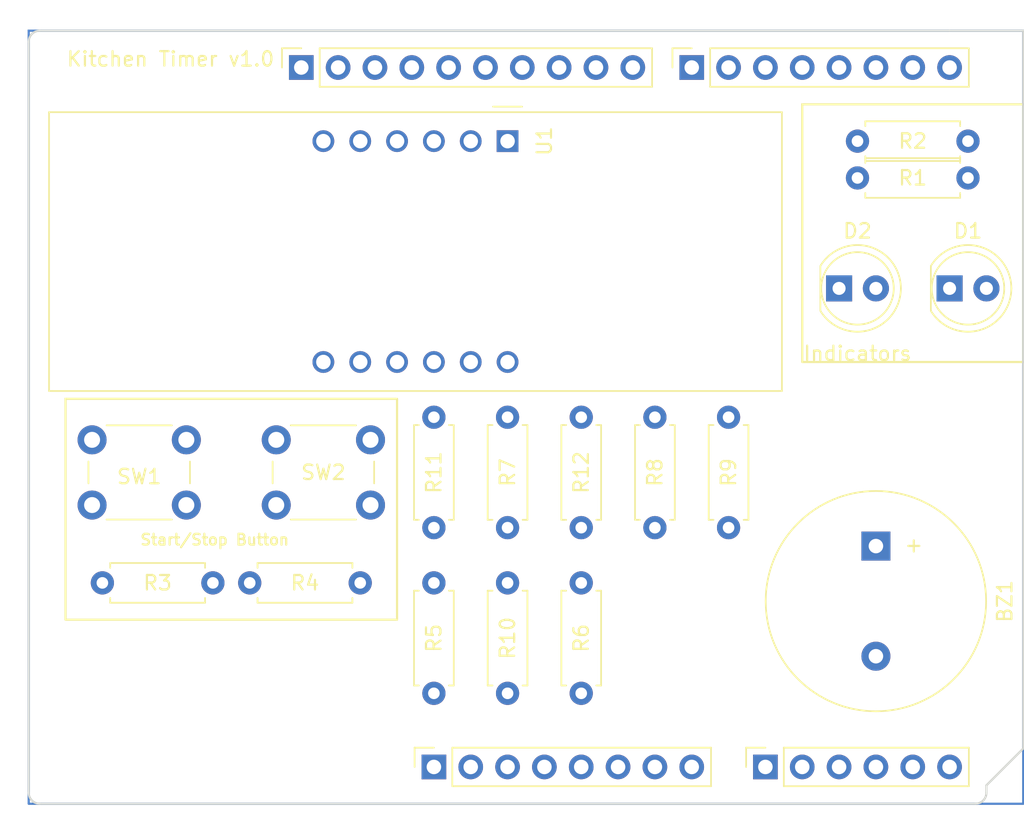
<source format=kicad_pcb>
(kicad_pcb (version 20221018) (generator pcbnew)
  (title_block (date "mar. 31 mars 2015"))
  (layers (0 "F.Cu" signal) (31 "B.Cu" power) (34 "B.Paste" user) (35 "F.Paste" user) (36 "B.SilkS" user "B.Silkscreen") (37 "F.SilkS" user "F.Silkscreen") (38 "B.Mask" user) (39 "F.Mask" user) (44 "Edge.Cuts" user))
  (net 0 "")
  (net 1 "GND")
  (net 3 "+5V")
  (net 4 "/IOREF")
  (net 5 "/A0")
  (net 6 "/A1")
  (net 7 "/A2")
  (net 8 "/A3")
  (net 9 "/SDA{slash}A4")
  (net 10 "/SCL{slash}A5")
  (net 11 "/13")
  (net 12 "/12")
  (net 13 "/AREF")
  (net 14 "/8")
  (net 15 "/7")
  (net 16 "/*11")
  (net 17 "/*10")
  (net 18 "/*9")
  (net 19 "/4")
  (net 20 "/2")
  (net 21 "/*6")
  (net 22 "/*5")
  (net 23 "/TX{slash}1")
  (net 24 "/*3")
  (net 25 "/RX{slash}0")
  (net 26 "+3V3")
  (net 27 "VCC")
  (net 28 "/~{RESET}")
  (net 29 "Net-(R3-Pad1)")
  (net 30 "Net-(R4-Pad1)")
  (net 31 "Net-(D1-A)")
  (net 32 "/a")
  (net 33 "Net-(D2-A)")
  (net 34 "Net-(U1-a)")
  (net 35 "/b")
  (net 36 "Net-(U1-b)")
  (net 37 "/c")
  (net 38 "Net-(U1-c)")
  (net 39 "/d")
  (net 40 "Net-(U1-d)")
  (net 41 "/e")
  (net 42 "Net-(U1-e)")
  (net 43 "/f")
  (net 44 "Net-(U1-f)")
  (net 45 "/g")
  (net 46 "Net-(U1-g)")
  (net 47 "/dp")
  (net 48 "Net-(U1-DPX)")
  (footprint "Connector_PinSocket_2.54mm:PinSocket_1x08_P2.54mm_Vertical" (layer "F.Cu") (at 127.94 97.46 90)
    (fp_text reference "J1" hide)
    (fp_text value "Power")
    (fp_line (start -1.33 1.27) (end -1.33 19.11) (stroke (width 0.12)) (layer "F.SilkS"))
    (fp_line (start -1.33 1.27) (end 1.33 1.27) (stroke (width 0.12)) (layer "F.SilkS"))
    (fp_line (start -1.33 19.11) (end 1.33 19.11) (stroke (width 0.12)) (layer "F.SilkS"))
    (fp_line (start 0 -1.33) (end 1.33 -1.33) (stroke (width 0.12)) (layer "F.SilkS"))
    (fp_line (start 1.33 -1.33) (end 1.33 0) (stroke (width 0.12)) (layer "F.SilkS"))
    (fp_line (start 1.33 1.27) (end 1.33 19.11) (stroke (width 0.12)) (layer "F.SilkS"))
    (pad "1" thru_hole rect locked (at 0 0 90) (size 1.7 1.7) (drill 1) (layers "*.Cu" "*.Mask"))
    (pad "2" thru_hole oval locked (at 0 2.54 90) (size 1.7 1.7) (drill 1) (layers "*.Cu" "*.Mask") (net 4 "/IOREF"))
    (pad "3" thru_hole oval locked (at 0 5.08 90) (size 1.7 1.7) (drill 1) (layers "*.Cu" "*.Mask") (net 28 "/~{RESET}"))
    (pad "4" thru_hole oval locked (at 0 7.62 90) (size 1.7 1.7) (drill 1) (layers "*.Cu" "*.Mask") (net 26 "+3V3"))
    (pad "5" thru_hole oval locked (at 0 10.16 90) (size 1.7 1.7) (drill 1) (layers "*.Cu" "*.Mask") (net 3 "+5V"))
    (pad "6" thru_hole oval locked (at 0 12.7 90) (size 1.7 1.7) (drill 1) (layers "*.Cu" "*.Mask") (net 1 "GND"))
    (pad "7" thru_hole oval locked (at 0 15.24 90) (size 1.7 1.7) (drill 1) (layers "*.Cu" "*.Mask") (net 1 "GND"))
    (pad "8" thru_hole oval locked (at 0 17.78 90) (size 1.7 1.7) (drill 1) (layers "*.Cu" "*.Mask") (net 27 "VCC"))
  )
  (footprint "Connector_PinSocket_2.54mm:PinSocket_1x06_P2.54mm_Vertical" (layer "F.Cu") (at 150.8 97.46 90)
    (fp_text reference "J3" hide)
    (fp_text value "Analog")
    (fp_line (start -1.33 1.27) (end -1.33 14.03) (stroke (width 0.12)) (layer "F.SilkS"))
    (fp_line (start -1.33 1.27) (end 1.33 1.27) (stroke (width 0.12)) (layer "F.SilkS"))
    (fp_line (start -1.33 14.03) (end 1.33 14.03) (stroke (width 0.12)) (layer "F.SilkS"))
    (fp_line (start 0 -1.33) (end 1.33 -1.33) (stroke (width 0.12)) (layer "F.SilkS"))
    (fp_line (start 1.33 -1.33) (end 1.33 0) (stroke (width 0.12)) (layer "F.SilkS"))
    (fp_line (start 1.33 1.27) (end 1.33 14.03) (stroke (width 0.12)) (layer "F.SilkS"))
    (pad "1" thru_hole rect locked (at 0 0 90) (size 1.7 1.7) (drill 1) (layers "*.Cu" "*.Mask") (net 5 "/A0"))
    (pad "2" thru_hole oval locked (at 0 2.54 90) (size 1.7 1.7) (drill 1) (layers "*.Cu" "*.Mask") (net 6 "/A1"))
    (pad "3" thru_hole oval locked (at 0 5.08 90) (size 1.7 1.7) (drill 1) (layers "*.Cu" "*.Mask") (net 7 "/A2"))
    (pad "4" thru_hole oval locked (at 0 7.62 90) (size 1.7 1.7) (drill 1) (layers "*.Cu" "*.Mask") (net 8 "/A3"))
    (pad "5" thru_hole oval locked (at 0 10.16 90) (size 1.7 1.7) (drill 1) (layers "*.Cu" "*.Mask") (net 9 "/SDA{slash}A4"))
    (pad "6" thru_hole oval locked (at 0 12.7 90) (size 1.7 1.7) (drill 1) (layers "*.Cu" "*.Mask") (net 10 "/SCL{slash}A5"))
  )
  (footprint "Connector_PinSocket_2.54mm:PinSocket_1x10_P2.54mm_Vertical" (layer "F.Cu") (at 118.796 49.2 90)
    (fp_text reference "J2" hide)
    (fp_text value "Digital/PWM")
    (fp_line (start -1.33 1.27) (end -1.33 24.19) (stroke (width 0.12)) (layer "F.SilkS"))
    (fp_line (start -1.33 1.27) (end 1.33 1.27) (stroke (width 0.12)) (layer "F.SilkS"))
    (fp_line (start -1.33 24.19) (end 1.33 24.19) (stroke (width 0.12)) (layer "F.SilkS"))
    (fp_line (start 0 -1.33) (end 1.33 -1.33) (stroke (width 0.12)) (layer "F.SilkS"))
    (fp_line (start 1.33 -1.33) (end 1.33 0) (stroke (width 0.12)) (layer "F.SilkS"))
    (fp_line (start 1.33 1.27) (end 1.33 24.19) (stroke (width 0.12)) (layer "F.SilkS"))
    (pad "1" thru_hole rect locked (at 0 0 90) (size 1.7 1.7) (drill 1) (layers "*.Cu" "*.Mask") (net 10 "/SCL{slash}A5"))
    (pad "2" thru_hole oval locked (at 0 2.54 90) (size 1.7 1.7) (drill 1) (layers "*.Cu" "*.Mask") (net 9 "/SDA{slash}A4"))
    (pad "3" thru_hole oval locked (at 0 5.08 90) (size 1.7 1.7) (drill 1) (layers "*.Cu" "*.Mask") (net 13 "/AREF"))
    (pad "4" thru_hole oval locked (at 0 7.62 90) (size 1.7 1.7) (drill 1) (layers "*.Cu" "*.Mask") (net 1 "GND"))
    (pad "5" thru_hole oval locked (at 0 10.16 90) (size 1.7 1.7) (drill 1) (layers "*.Cu" "*.Mask") (net 11 "/13"))
    (pad "6" thru_hole oval locked (at 0 12.7 90) (size 1.7 1.7) (drill 1) (layers "*.Cu" "*.Mask") (net 12 "/12"))
    (pad "7" thru_hole oval locked (at 0 15.24 90) (size 1.7 1.7) (drill 1) (layers "*.Cu" "*.Mask") (net 16 "/*11"))
    (pad "8" thru_hole oval locked (at 0 17.78 90) (size 1.7 1.7) (drill 1) (layers "*.Cu" "*.Mask") (net 17 "/*10"))
    (pad "9" thru_hole oval locked (at 0 20.32 90) (size 1.7 1.7) (drill 1) (layers "*.Cu" "*.Mask") (net 18 "/*9"))
    (pad "10" thru_hole oval locked (at 0 22.86 90) (size 1.7 1.7) (drill 1) (layers "*.Cu" "*.Mask") (net 14 "/8"))
  )
  (footprint "Connector_PinSocket_2.54mm:PinSocket_1x08_P2.54mm_Vertical" (layer "F.Cu") (at 145.72 49.2 90)
    (fp_text reference "J4" hide)
    (fp_text value "Digital/PWM")
    (fp_line (start -1.33 1.27) (end -1.33 19.11) (stroke (width 0.12)) (layer "F.SilkS"))
    (fp_line (start -1.33 1.27) (end 1.33 1.27) (stroke (width 0.12)) (layer "F.SilkS"))
    (fp_line (start -1.33 19.11) (end 1.33 19.11) (stroke (width 0.12)) (layer "F.SilkS"))
    (fp_line (start 0 -1.33) (end 1.33 -1.33) (stroke (width 0.12)) (layer "F.SilkS"))
    (fp_line (start 1.33 -1.33) (end 1.33 0) (stroke (width 0.12)) (layer "F.SilkS"))
    (fp_line (start 1.33 1.27) (end 1.33 19.11) (stroke (width 0.12)) (layer "F.SilkS"))
    (pad "1" thru_hole rect locked (at 0 0 90) (size 1.7 1.7) (drill 1) (layers "*.Cu" "*.Mask") (net 15 "/7"))
    (pad "2" thru_hole oval locked (at 0 2.54 90) (size 1.7 1.7) (drill 1) (layers "*.Cu" "*.Mask") (net 21 "/*6"))
    (pad "3" thru_hole oval locked (at 0 5.08 90) (size 1.7 1.7) (drill 1) (layers "*.Cu" "*.Mask") (net 22 "/*5"))
    (pad "4" thru_hole oval locked (at 0 7.62 90) (size 1.7 1.7) (drill 1) (layers "*.Cu" "*.Mask") (net 19 "/4"))
    (pad "5" thru_hole oval locked (at 0 10.16 90) (size 1.7 1.7) (drill 1) (layers "*.Cu" "*.Mask") (net 24 "/*3"))
    (pad "6" thru_hole oval locked (at 0 12.7 90) (size 1.7 1.7) (drill 1) (layers "*.Cu" "*.Mask") (net 20 "/2"))
    (pad "7" thru_hole oval locked (at 0 15.24 90) (size 1.7 1.7) (drill 1) (layers "*.Cu" "*.Mask") (net 23 "/TX{slash}1"))
    (pad "8" thru_hole oval locked (at 0 17.78 90) (size 1.7 1.7) (drill 1) (layers "*.Cu" "*.Mask") (net 25 "/RX{slash}0"))
  )
  (footprint "Button_Switch_THT:SW_PUSH_6mm" (layer "F.Cu") (at 104.37 74.89)
    (fp_text reference "SW1" (at 3.25 2.54) (layer "F.SilkS"))
    (fp_text value "SW_Push")
    (fp_line (start -0.25 1.5) (end -0.25 3) (stroke (width 0.12)) (layer "F.SilkS"))
    (fp_line (start 1 5.5) (end 5.5 5.5) (stroke (width 0.12)) (layer "F.SilkS"))
    (fp_line (start 5.5 -1) (end 1 -1) (stroke (width 0.12)) (layer "F.SilkS"))
    (fp_line (start 6.75 3) (end 6.75 1.5) (stroke (width 0.12)) (layer "F.SilkS"))
    (pad "1" thru_hole circle (at 0 0 90) (size 2 2) (drill 1.1) (layers "*.Cu" "*.Mask") (net 29 "Net-(R3-Pad1)"))
    (pad "1" thru_hole circle (at 6.5 0 90) (size 2 2) (drill 1.1) (layers "*.Cu" "*.Mask") (net 29 "Net-(R3-Pad1)"))
    (pad "2" thru_hole circle (at 0 4.5 90) (size 2 2) (drill 1.1) (layers "*.Cu" "*.Mask") (net 3 "+5V"))
    (pad "2" thru_hole circle (at 6.5 4.5 90) (size 2 2) (drill 1.1) (layers "*.Cu" "*.Mask") (net 3 "+5V"))
  )
  (footprint "Resistor_THT:R_Axial_DIN0207_L6.3mm_D2.5mm_P7.62mm_Horizontal" (layer "F.Cu") (at 133.02 92.38 90)
    (fp_text reference "R10" (at 3.81 0 90) (layer "F.SilkS"))
    (fp_text value "100")
    (fp_line (start 0.54 -1.37) (end 7.08 -1.37) (stroke (width 0.12)) (layer "F.SilkS"))
    (fp_line (start 0.54 -1.04) (end 0.54 -1.37) (stroke (width 0.12)) (layer "F.SilkS"))
    (fp_line (start 0.54 1.04) (end 0.54 1.37) (stroke (width 0.12)) (layer "F.SilkS"))
    (fp_line (start 0.54 1.37) (end 7.08 1.37) (stroke (width 0.12)) (layer "F.SilkS"))
    (fp_line (start 7.08 -1.37) (end 7.08 -1.04) (stroke (width 0.12)) (layer "F.SilkS"))
    (fp_line (start 7.08 1.37) (end 7.08 1.04) (stroke (width 0.12)) (layer "F.SilkS"))
    (pad "1" thru_hole circle (at 0 0 90) (size 1.6 1.6) (drill 0.8) (layers "*.Cu" "*.Mask") (net 43 "/f"))
    (pad "2" thru_hole oval (at 7.62 0 90) (size 1.6 1.6) (drill 0.8) (layers "*.Cu" "*.Mask") (net 44 "Net-(U1-f)"))
  )
  (footprint "Resistor_THT:R_Axial_DIN0207_L6.3mm_D2.5mm_P7.62mm_Horizontal" (layer "F.Cu") (at 105.08 84.76)
    (fp_text reference "R3" (at 3.81 0) (layer "F.SilkS"))
    (fp_text value "10k")
    (fp_line (start 0.54 -1.37) (end 7.08 -1.37) (stroke (width 0.12)) (layer "F.SilkS"))
    (fp_line (start 0.54 -1.04) (end 0.54 -1.37) (stroke (width 0.12)) (layer "F.SilkS"))
    (fp_line (start 0.54 1.04) (end 0.54 1.37) (stroke (width 0.12)) (layer "F.SilkS"))
    (fp_line (start 0.54 1.37) (end 7.08 1.37) (stroke (width 0.12)) (layer "F.SilkS"))
    (fp_line (start 7.08 -1.37) (end 7.08 -1.04) (stroke (width 0.12)) (layer "F.SilkS"))
    (fp_line (start 7.08 1.37) (end 7.08 1.04) (stroke (width 0.12)) (layer "F.SilkS"))
    (pad "1" thru_hole circle (at 0 0) (size 1.6 1.6) (drill 0.8) (layers "*.Cu" "*.Mask") (net 29 "Net-(R3-Pad1)"))
    (pad "2" thru_hole oval (at 7.62 0) (size 1.6 1.6) (drill 0.8) (layers "*.Cu" "*.Mask") (net 1 "GND"))
  )
  (footprint "Display_7Segment:CA56-12EWA" (layer "F.Cu") (at 133.02 54.28 -90)
    (fp_text reference "U1" (at 0 -2.54 90) (layer "F.SilkS"))
    (fp_text value "CA56-12EWA")
    (fp_line (start -2.38 -1) (end -2.38 1) (stroke (width 0.12)) (layer "F.SilkS"))
    (fp_line (start -2 -18.92) (end -2 31.62) (stroke (width 0.12)) (layer "F.SilkS"))
    (fp_line (start -2 -18.92) (end 17.24 -18.92) (stroke (width 0.12)) (layer "F.SilkS"))
    (fp_line (start -2 31.62) (end 17.24 31.62) (stroke (width 0.12)) (layer "F.SilkS"))
    (fp_line (start 17.24 31.62) (end 17.24 -18.92) (stroke (width 0.12)) (layer "F.SilkS"))
    (pad "1" thru_hole rect (at 0 0 270) (size 1.5 1.5) (drill 1) (layers "*.Cu" "*.Mask") (net 42 "Net-(U1-e)"))
    (pad "2" thru_hole circle (at 0 2.54 270) (size 1.5 1.5) (drill 1) (layers "*.Cu" "*.Mask") (net 40 "Net-(U1-d)"))
    (pad "3" thru_hole circle (at 0 5.08 270) (size 1.5 1.5) (drill 1) (layers "*.Cu" "*.Mask") (net 48 "Net-(U1-DPX)"))
    (pad "4" thru_hole circle (at 0 7.62 270) (size 1.5 1.5) (drill 1) (layers "*.Cu" "*.Mask") (net 38 "Net-(U1-c)"))
    (pad "5" thru_hole circle (at 0 10.16 270) (size 1.5 1.5) (drill 1) (layers "*.Cu" "*.Mask") (net 46 "Net-(U1-g)"))
    (pad "6" thru_hole circle (at 0 12.7 270) (size 1.5 1.5) (drill 1) (layers "*.Cu" "*.Mask") (net 17 "/*10"))
    (pad "7" thru_hole circle (at 15.24 12.7 270) (size 1.5 1.5) (drill 1) (layers "*.Cu" "*.Mask") (net 36 "Net-(U1-b)"))
    (pad "8" thru_hole circle (at 15.24 10.16 270) (size 1.5 1.5) (drill 1) (layers "*.Cu" "*.Mask") (net 16 "/*11"))
    (pad "9" thru_hole circle (at 15.24 7.62 270) (size 1.5 1.5) (drill 1) (layers "*.Cu" "*.Mask") (net 12 "/12"))
    (pad "10" thru_hole circle (at 15.24 5.08 270) (size 1.5 1.5) (drill 1) (layers "*.Cu" "*.Mask") (net 44 "Net-(U1-f)"))
    (pad "11" thru_hole circle (at 15.24 2.54 270) (size 1.5 1.5) (drill 1) (layers "*.Cu" "*.Mask") (net 34 "Net-(U1-a)"))
    (pad "12" thru_hole circle (at 15.24 0 270) (size 1.5 1.5) (drill 1) (layers "*.Cu" "*.Mask") (net 11 "/13"))
  )
  (footprint "Resistor_THT:R_Axial_DIN0207_L6.3mm_D2.5mm_P7.62mm_Horizontal" (layer "F.Cu") (at 148.26 80.95 90)
    (fp_text reference "R9" (at 3.81 0 90) (layer "F.SilkS"))
    (fp_text value "100")
    (fp_line (start 0.54 -1.37) (end 7.08 -1.37) (stroke (width 0.12)) (layer "F.SilkS"))
    (fp_line (start 0.54 -1.04) (end 0.54 -1.37) (stroke (width 0.12)) (layer "F.SilkS"))
    (fp_line (start 0.54 1.04) (end 0.54 1.37) (stroke (width 0.12)) (layer "F.SilkS"))
    (fp_line (start 0.54 1.37) (end 7.08 1.37) (stroke (width 0.12)) (layer "F.SilkS"))
    (fp_line (start 7.08 -1.37) (end 7.08 -1.04) (stroke (width 0.12)) (layer "F.SilkS"))
    (fp_line (start 7.08 1.37) (end 7.08 1.04) (stroke (width 0.12)) (layer "F.SilkS"))
    (pad "1" thru_hole circle (at 0 0 90) (size 1.6 1.6) (drill 0.8) (layers "*.Cu" "*.Mask") (net 41 "/e"))
    (pad "2" thru_hole oval (at 7.62 0 90) (size 1.6 1.6) (drill 0.8) (layers "*.Cu" "*.Mask") (net 42 "Net-(U1-e)"))
  )
  (footprint "Button_Switch_THT:SW_PUSH_6mm" (layer "F.Cu") (at 117.07 74.89)
    (fp_text reference "SW2" (at 3.25 2.25) (layer "F.SilkS"))
    (fp_text value "SW_Push")
    (fp_line (start -0.25 1.5) (end -0.25 3) (stroke (width 0.12)) (layer "F.SilkS"))
    (fp_line (start 1 5.5) (end 5.5 5.5) (stroke (width 0.12)) (layer "F.SilkS"))
    (fp_line (start 5.5 -1) (end 1 -1) (stroke (width 0.12)) (layer "F.SilkS"))
    (fp_line (start 6.75 3) (end 6.75 1.5) (stroke (width 0.12)) (layer "F.SilkS"))
    (pad "1" thru_hole circle (at 0 0 90) (size 2 2) (drill 1.1) (layers "*.Cu" "*.Mask") (net 30 "Net-(R4-Pad1)"))
    (pad "1" thru_hole circle (at 6.5 0 90) (size 2 2) (drill 1.1) (layers "*.Cu" "*.Mask") (net 30 "Net-(R4-Pad1)"))
    (pad "2" thru_hole circle (at 0 4.5 90) (size 2 2) (drill 1.1) (layers "*.Cu" "*.Mask") (net 3 "+5V"))
    (pad "2" thru_hole circle (at 6.5 4.5 90) (size 2 2) (drill 1.1) (layers "*.Cu" "*.Mask") (net 3 "+5V"))
  )
  (footprint "Resistor_THT:R_Axial_DIN0207_L6.3mm_D2.5mm_P7.62mm_Horizontal" (layer "F.Cu") (at 157.15 56.82)
    (fp_text reference "R1" (at 3.81 0) (layer "F.SilkS"))
    (fp_text value "330")
    (fp_line (start 0.54 -1.37) (end 7.08 -1.37) (stroke (width 0.12)) (layer "F.SilkS"))
    (fp_line (start 0.54 -1.04) (end 0.54 -1.37) (stroke (width 0.12)) (layer "F.SilkS"))
    (fp_line (start 0.54 1.04) (end 0.54 1.37) (stroke (width 0.12)) (layer "F.SilkS"))
    (fp_line (start 0.54 1.37) (end 7.08 1.37) (stroke (width 0.12)) (layer "F.SilkS"))
    (fp_line (start 7.08 -1.37) (end 7.08 -1.04) (stroke (width 0.12)) (layer "F.SilkS"))
    (fp_line (start 7.08 1.37) (end 7.08 1.04) (stroke (width 0.12)) (layer "F.SilkS"))
    (pad "1" thru_hole circle (at 0 0) (size 1.6 1.6) (drill 0.8) (layers "*.Cu" "*.Mask") (net 19 "/4"))
    (pad "2" thru_hole oval (at 7.62 0) (size 1.6 1.6) (drill 0.8) (layers "*.Cu" "*.Mask") (net 31 "Net-(D1-A)"))
  )
  (footprint "Resistor_THT:R_Axial_DIN0207_L6.3mm_D2.5mm_P7.62mm_Horizontal" (layer "F.Cu") (at 157.15 54.28)
    (fp_text reference "R2" (at 3.81 0) (layer "F.SilkS"))
    (fp_text value "330")
    (fp_line (start 0.54 -1.37) (end 7.08 -1.37) (stroke (width 0.12)) (layer "F.SilkS"))
    (fp_line (start 0.54 -1.04) (end 0.54 -1.37) (stroke (width 0.12)) (layer "F.SilkS"))
    (fp_line (start 0.54 1.04) (end 0.54 1.37) (stroke (width 0.12)) (layer "F.SilkS"))
    (fp_line (start 0.54 1.37) (end 7.08 1.37) (stroke (width 0.12)) (layer "F.SilkS"))
    (fp_line (start 7.08 -1.37) (end 7.08 -1.04) (stroke (width 0.12)) (layer "F.SilkS"))
    (fp_line (start 7.08 1.37) (end 7.08 1.04) (stroke (width 0.12)) (layer "F.SilkS"))
    (pad "1" thru_hole circle (at 0 0) (size 1.6 1.6) (drill 0.8) (layers "*.Cu" "*.Mask") (net 22 "/*5"))
    (pad "2" thru_hole oval (at 7.62 0) (size 1.6 1.6) (drill 0.8) (layers "*.Cu" "*.Mask") (net 33 "Net-(D2-A)"))
  )
  (footprint "Resistor_THT:R_Axial_DIN0207_L6.3mm_D2.5mm_P7.62mm_Horizontal" (layer "F.Cu") (at 138.1 92.38 90)
    (fp_text reference "R6" (at 3.81 0 90) (layer "F.SilkS"))
    (fp_text value "100")
    (fp_line (start 0.54 -1.37) (end 7.08 -1.37) (stroke (width 0.12)) (layer "F.SilkS"))
    (fp_line (start 0.54 -1.04) (end 0.54 -1.37) (stroke (width 0.12)) (layer "F.SilkS"))
    (fp_line (start 0.54 1.04) (end 0.54 1.37) (stroke (width 0.12)) (layer "F.SilkS"))
    (fp_line (start 0.54 1.37) (end 7.08 1.37) (stroke (width 0.12)) (layer "F.SilkS"))
    (fp_line (start 7.08 -1.37) (end 7.08 -1.04) (stroke (width 0.12)) (layer "F.SilkS"))
    (fp_line (start 7.08 1.37) (end 7.08 1.04) (stroke (width 0.12)) (layer "F.SilkS"))
    (pad "1" thru_hole circle (at 0 0 90) (size 1.6 1.6) (drill 0.8) (layers "*.Cu" "*.Mask") (net 35 "/b"))
    (pad "2" thru_hole oval (at 7.62 0 90) (size 1.6 1.6) (drill 0.8) (layers "*.Cu" "*.Mask") (net 36 "Net-(U1-b)"))
  )
  (footprint "Buzzer_Beeper:Buzzer_15x7.5RM7.6" (layer "F.Cu") (at 158.42 82.22 -90)
    (fp_text reference "BZ1" (at 3.81 -8.89 90) (layer "F.SilkS"))
    (fp_text value "Buzzer")
    (fp_text user "+" (at -0.01 -2.54 90) (layer "F.SilkS"))
    (fp_circle (center 3.8 0) (end 11.4 0) (stroke (width 0.12)) (fill none) (layer "F.SilkS"))
    (pad "1" thru_hole rect (at 0 0 270) (size 2 2) (drill 1) (layers "*.Cu" "*.Mask") (net 21 "/*6"))
    (pad "2" thru_hole circle (at 7.6 0 270) (size 2 2) (drill 1) (layers "*.Cu" "*.Mask") (net 1 "GND"))
  )
  (footprint "LED_THT:LED_D5.0mm" (layer "F.Cu") (at 155.88 64.44)
    (fp_text reference "D2" (at 1.27 -3.96) (layer "F.SilkS"))
    (fp_text value "LED")
    (fp_line (start -1.29 -1.545) (end -1.29 1.545) (stroke (width 0.12)) (layer "F.SilkS"))
    (fp_arc (start -1.29 -1.54483) (mid 2.072002 -2.880433) (end 4.26 0.000462) (stroke (width 0.12)) (layer "F.SilkS"))
    (fp_arc (start 4.26 -0.000462) (mid 2.072002 2.880433) (end -1.29 1.54483) (stroke (width 0.12)) (layer "F.SilkS"))
    (fp_circle (center 1.27 0) (end 3.77 0) (stroke (width 0.12)) (fill none) (layer "F.SilkS"))
    (pad "1" thru_hole rect (at 0 0) (size 1.8 1.8) (drill 0.9) (layers "*.Cu" "*.Mask") (net 1 "GND"))
    (pad "2" thru_hole circle (at 2.54 0) (size 1.8 1.8) (drill 0.9) (layers "*.Cu" "*.Mask") (net 33 "Net-(D2-A)"))
  )
  (footprint "Resistor_THT:R_Axial_DIN0207_L6.3mm_D2.5mm_P7.62mm_Horizontal" (layer "F.Cu") (at 133.02 80.95 90)
    (fp_text reference "R7" (at 3.81 0 90) (layer "F.SilkS"))
    (fp_text value "100")
    (fp_line (start 0.54 -1.37) (end 7.08 -1.37) (stroke (width 0.12)) (layer "F.SilkS"))
    (fp_line (start 0.54 -1.04) (end 0.54 -1.37) (stroke (width 0.12)) (layer "F.SilkS"))
    (fp_line (start 0.54 1.04) (end 0.54 1.37) (stroke (width 0.12)) (layer "F.SilkS"))
    (fp_line (start 0.54 1.37) (end 7.08 1.37) (stroke (width 0.12)) (layer "F.SilkS"))
    (fp_line (start 7.08 -1.37) (end 7.08 -1.04) (stroke (width 0.12)) (layer "F.SilkS"))
    (fp_line (start 7.08 1.37) (end 7.08 1.04) (stroke (width 0.12)) (layer "F.SilkS"))
    (pad "1" thru_hole circle (at 0 0 90) (size 1.6 1.6) (drill 0.8) (layers "*.Cu" "*.Mask") (net 37 "/c"))
    (pad "2" thru_hole oval (at 7.62 0 90) (size 1.6 1.6) (drill 0.8) (layers "*.Cu" "*.Mask") (net 38 "Net-(U1-c)"))
  )
  (footprint "LED_THT:LED_D5.0mm" (layer "F.Cu") (at 163.5 64.44)
    (fp_text reference "D1" (at 1.27 -3.96) (layer "F.SilkS"))
    (fp_text value "LED")
    (fp_line (start -1.29 -1.545) (end -1.29 1.545) (stroke (width 0.12)) (layer "F.SilkS"))
    (fp_arc (start -1.29 -1.54483) (mid 2.072002 -2.880433) (end 4.26 0.000462) (stroke (width 0.12)) (layer "F.SilkS"))
    (fp_arc (start 4.26 -0.000462) (mid 2.072002 2.880433) (end -1.29 1.54483) (stroke (width 0.12)) (layer "F.SilkS"))
    (fp_circle (center 1.27 0) (end 3.77 0) (stroke (width 0.12)) (fill none) (layer "F.SilkS"))
    (pad "1" thru_hole rect (at 0 0) (size 1.8 1.8) (drill 0.9) (layers "*.Cu" "*.Mask") (net 1 "GND"))
    (pad "2" thru_hole circle (at 2.54 0) (size 1.8 1.8) (drill 0.9) (layers "*.Cu" "*.Mask") (net 31 "Net-(D1-A)"))
  )
  (footprint "Resistor_THT:R_Axial_DIN0207_L6.3mm_D2.5mm_P7.62mm_Horizontal" (layer "F.Cu") (at 127.94 80.95 90)
    (fp_text reference "R11" (at 3.81 0 90) (layer "F.SilkS"))
    (fp_text value "100")
    (fp_line (start 0.54 -1.37) (end 7.08 -1.37) (stroke (width 0.12)) (layer "F.SilkS"))
    (fp_line (start 0.54 -1.04) (end 0.54 -1.37) (stroke (width 0.12)) (layer "F.SilkS"))
    (fp_line (start 0.54 1.04) (end 0.54 1.37) (stroke (width 0.12)) (layer "F.SilkS"))
    (fp_line (start 0.54 1.37) (end 7.08 1.37) (stroke (width 0.12)) (layer "F.SilkS"))
    (fp_line (start 7.08 -1.37) (end 7.08 -1.04) (stroke (width 0.12)) (layer "F.SilkS"))
    (fp_line (start 7.08 1.37) (end 7.08 1.04) (stroke (width 0.12)) (layer "F.SilkS"))
    (pad "1" thru_hole circle (at 0 0 90) (size 1.6 1.6) (drill 0.8) (layers "*.Cu" "*.Mask") (net 45 "/g"))
    (pad "2" thru_hole oval (at 7.62 0 90) (size 1.6 1.6) (drill 0.8) (layers "*.Cu" "*.Mask") (net 46 "Net-(U1-g)"))
  )
  (footprint "Resistor_THT:R_Axial_DIN0207_L6.3mm_D2.5mm_P7.62mm_Horizontal" (layer "F.Cu") (at 127.94 92.38 90)
    (fp_text reference "R5" (at 3.81 0 90) (layer "F.SilkS"))
    (fp_text value "100")
    (fp_line (start 0.54 -1.37) (end 7.08 -1.37) (stroke (width 0.12)) (layer "F.SilkS"))
    (fp_line (start 0.54 -1.04) (end 0.54 -1.37) (stroke (width 0.12)) (layer "F.SilkS"))
    (fp_line (start 0.54 1.04) (end 0.54 1.37) (stroke (width 0.12)) (layer "F.SilkS"))
    (fp_line (start 0.54 1.37) (end 7.08 1.37) (stroke (width 0.12)) (layer "F.SilkS"))
    (fp_line (start 7.08 -1.37) (end 7.08 -1.04) (stroke (width 0.12)) (layer "F.SilkS"))
    (fp_line (start 7.08 1.37) (end 7.08 1.04) (stroke (width 0.12)) (layer "F.SilkS"))
    (pad "1" thru_hole circle (at 0 0 90) (size 1.6 1.6) (drill 0.8) (layers "*.Cu" "*.Mask") (net 32 "/a"))
    (pad "2" thru_hole oval (at 7.62 0 90) (size 1.6 1.6) (drill 0.8) (layers "*.Cu" "*.Mask") (net 34 "Net-(U1-a)"))
  )
  (footprint "Resistor_THT:R_Axial_DIN0207_L6.3mm_D2.5mm_P7.62mm_Horizontal" (layer "F.Cu") (at 115.24 84.76)
    (fp_text reference "R4" (at 3.81 0) (layer "F.SilkS"))
    (fp_text value "10k")
    (fp_line (start 0.54 -1.37) (end 7.08 -1.37) (stroke (width 0.12)) (layer "F.SilkS"))
    (fp_line (start 0.54 -1.04) (end 0.54 -1.37) (stroke (width 0.12)) (layer "F.SilkS"))
    (fp_line (start 0.54 1.04) (end 0.54 1.37) (stroke (width 0.12)) (layer "F.SilkS"))
    (fp_line (start 0.54 1.37) (end 7.08 1.37) (stroke (width 0.12)) (layer "F.SilkS"))
    (fp_line (start 7.08 -1.37) (end 7.08 -1.04) (stroke (width 0.12)) (layer "F.SilkS"))
    (fp_line (start 7.08 1.37) (end 7.08 1.04) (stroke (width 0.12)) (layer "F.SilkS"))
    (pad "1" thru_hole circle (at 0 0) (size 1.6 1.6) (drill 0.8) (layers "*.Cu" "*.Mask") (net 30 "Net-(R4-Pad1)"))
    (pad "2" thru_hole oval (at 7.62 0) (size 1.6 1.6) (drill 0.8) (layers "*.Cu" "*.Mask") (net 1 "GND"))
  )
  (footprint "Resistor_THT:R_Axial_DIN0207_L6.3mm_D2.5mm_P7.62mm_Horizontal" (layer "F.Cu") (at 143.18 80.95 90)
    (fp_text reference "R8" (at 3.81 0 90) (layer "F.SilkS"))
    (fp_text value "100")
    (fp_line (start 0.54 -1.37) (end 7.08 -1.37) (stroke (width 0.12)) (layer "F.SilkS"))
    (fp_line (start 0.54 -1.04) (end 0.54 -1.37) (stroke (width 0.12)) (layer "F.SilkS"))
    (fp_line (start 0.54 1.04) (end 0.54 1.37) (stroke (width 0.12)) (layer "F.SilkS"))
    (fp_line (start 0.54 1.37) (end 7.08 1.37) (stroke (width 0.12)) (layer "F.SilkS"))
    (fp_line (start 7.08 -1.37) (end 7.08 -1.04) (stroke (width 0.12)) (layer "F.SilkS"))
    (fp_line (start 7.08 1.37) (end 7.08 1.04) (stroke (width 0.12)) (layer "F.SilkS"))
    (pad "1" thru_hole circle (at 0 0 90) (size 1.6 1.6) (drill 0.8) (layers "*.Cu" "*.Mask") (net 39 "/d"))
    (pad "2" thru_hole oval (at 7.62 0 90) (size 1.6 1.6) (drill 0.8) (layers "*.Cu" "*.Mask") (net 40 "Net-(U1-d)"))
  )
  (footprint "Resistor_THT:R_Axial_DIN0207_L6.3mm_D2.5mm_P7.62mm_Horizontal" (layer "F.Cu") (at 138.1 80.95 90)
    (fp_text reference "R12" (at 3.81 0 90) (layer "F.SilkS"))
    (fp_text value "100")
    (fp_line (start 0.54 -1.37) (end 7.08 -1.37) (stroke (width 0.12)) (layer "F.SilkS"))
    (fp_line (start 0.54 -1.04) (end 0.54 -1.37) (stroke (width 0.12)) (layer "F.SilkS"))
    (fp_line (start 0.54 1.04) (end 0.54 1.37) (stroke (width 0.12)) (layer "F.SilkS"))
    (fp_line (start 0.54 1.37) (end 7.08 1.37) (stroke (width 0.12)) (layer "F.SilkS"))
    (fp_line (start 7.08 -1.37) (end 7.08 -1.04) (stroke (width 0.12)) (layer "F.SilkS"))
    (fp_line (start 7.08 1.37) (end 7.08 1.04) (stroke (width 0.12)) (layer "F.SilkS"))
    (pad "1" thru_hole circle (at 0 0 90) (size 1.6 1.6) (drill 0.8) (layers "*.Cu" "*.Mask") (net 47 "/dp"))
    (pad "2" thru_hole oval (at 7.62 0 90) (size 1.6 1.6) (drill 0.8) (layers "*.Cu" "*.Mask") (net 48 "Net-(U1-DPX)"))
  )
  (gr_rect (start 100 46.66) (end 168.58 100) (stroke (width 0.15)) (fill none) (layer "B.Cu"))
  (gr_rect (start 102.54 72.06) (end 125.4 87.3) (stroke (width 0.15)) (fill none) (layer "F.SilkS"))
  (gr_rect (start 153.34 51.74) (end 168.58 69.52) (stroke (width 0.15)) (fill none) (layer "F.SilkS"))
  (gr_line (start 100 99.238) (end 100 47.422) (stroke (width 0.15)) (layer "Edge.Cuts"))
  (gr_line (start 163.5 46.66) (end 168.58 46.66) (stroke (width 0.15)) (layer "Edge.Cuts"))
  (gr_line (start 168.58 46.66) (end 168.58 61.9) (stroke (width 0.15)) (layer "Edge.Cuts"))
  (gr_line (start 168.58 61.9) (end 168.58 96.19) (stroke (width 0.15)) (layer "Edge.Cuts"))
  (gr_line (start 165.278 100) (end 100.762 100) (stroke (width 0.15)) (layer "Edge.Cuts"))
  (gr_line (start 100.762 46.66) (end 163.5 46.66) (stroke (width 0.15)) (layer "Edge.Cuts"))
  (gr_arc (start 100.762 100) (mid 100.223185 99.776815) (end 100 99.238) (stroke (width 0.15)) (layer "Edge.Cuts"))
  (gr_line (start 168.58 96.19) (end 166.04 98.73) (stroke (width 0.15)) (layer "Edge.Cuts"))
  (gr_arc (start 166.04 99.238) (mid 165.816815 99.776815) (end 165.278 100) (stroke (width 0.15)) (layer "Edge.Cuts"))
  (gr_line (start 166.04 98.73) (end 166.04 99.238) (stroke (width 0.15)) (layer "Edge.Cuts"))
  (gr_arc (start 100 47.422) (mid 100.223185 46.883185) (end 100.762 46.66) (stroke (width 0.15)) (layer "Edge.Cuts"))
  (gr_text "Start/Stop Button" (at 107.62 82.22) (layer "F.SilkS") (effects (font (size 0.75 0.75)) (justify left bottom)))
  (gr_text "Kitchen Timer v1.0" (at 102.54 49.2) (layer "F.SilkS") (effects (font (size 1 1)) (justify left bottom)))
  (gr_text "Indicators" (at 153.34 69.52) (layer "F.SilkS") (effects (font (size 1 1)) (justify left bottom)))
)
</source>
